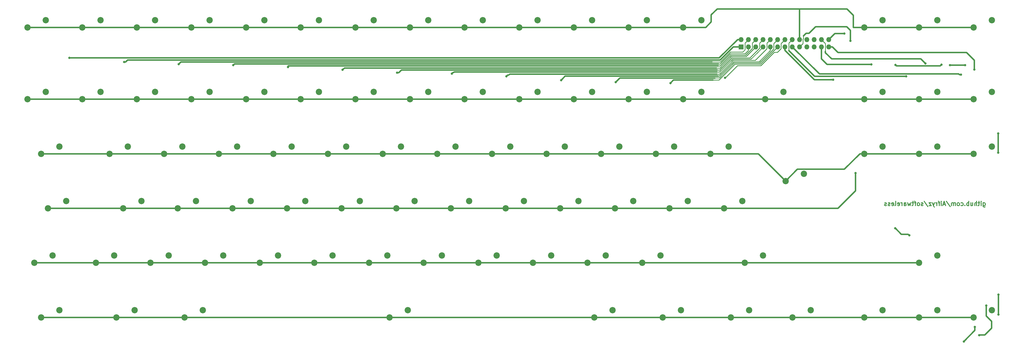
<source format=gbl>
G04 #@! TF.GenerationSoftware,KiCad,Pcbnew,(5.1.0)-1*
G04 #@! TF.CreationDate,2022-03-22T21:13:01+01:00*
G04 #@! TF.ProjectId,keyboard,6b657962-6f61-4726-942e-6b696361645f,rev?*
G04 #@! TF.SameCoordinates,Original*
G04 #@! TF.FileFunction,Copper,L2,Bot*
G04 #@! TF.FilePolarity,Positive*
%FSLAX46Y46*%
G04 Gerber Fmt 4.6, Leading zero omitted, Abs format (unit mm)*
G04 Created by KiCad (PCBNEW (5.1.0)-1) date 2022-03-22 21:13:01*
%MOMM*%
%LPD*%
G04 APERTURE LIST*
%ADD10C,0.300000*%
%ADD11O,1.727200X1.727200*%
%ADD12R,1.727200X1.727200*%
%ADD13C,2.200000*%
%ADD14C,0.800000*%
%ADD15C,0.500000*%
%ADD16C,0.250000*%
G04 APERTURE END LIST*
D10*
X369185714Y-103328571D02*
X369185714Y-104542857D01*
X369257142Y-104685714D01*
X369328571Y-104757142D01*
X369471428Y-104828571D01*
X369685714Y-104828571D01*
X369828571Y-104757142D01*
X369185714Y-104257142D02*
X369328571Y-104328571D01*
X369614285Y-104328571D01*
X369757142Y-104257142D01*
X369828571Y-104185714D01*
X369900000Y-104042857D01*
X369900000Y-103614285D01*
X369828571Y-103471428D01*
X369757142Y-103400000D01*
X369614285Y-103328571D01*
X369328571Y-103328571D01*
X369185714Y-103400000D01*
X368471428Y-104328571D02*
X368471428Y-103328571D01*
X368471428Y-102828571D02*
X368542857Y-102900000D01*
X368471428Y-102971428D01*
X368400000Y-102900000D01*
X368471428Y-102828571D01*
X368471428Y-102971428D01*
X367971428Y-103328571D02*
X367400000Y-103328571D01*
X367757142Y-102828571D02*
X367757142Y-104114285D01*
X367685714Y-104257142D01*
X367542857Y-104328571D01*
X367400000Y-104328571D01*
X366900000Y-104328571D02*
X366900000Y-102828571D01*
X366257142Y-104328571D02*
X366257142Y-103542857D01*
X366328571Y-103400000D01*
X366471428Y-103328571D01*
X366685714Y-103328571D01*
X366828571Y-103400000D01*
X366900000Y-103471428D01*
X364900000Y-103328571D02*
X364900000Y-104328571D01*
X365542857Y-103328571D02*
X365542857Y-104114285D01*
X365471428Y-104257142D01*
X365328571Y-104328571D01*
X365114285Y-104328571D01*
X364971428Y-104257142D01*
X364900000Y-104185714D01*
X364185714Y-104328571D02*
X364185714Y-102828571D01*
X364185714Y-103400000D02*
X364042857Y-103328571D01*
X363757142Y-103328571D01*
X363614285Y-103400000D01*
X363542857Y-103471428D01*
X363471428Y-103614285D01*
X363471428Y-104042857D01*
X363542857Y-104185714D01*
X363614285Y-104257142D01*
X363757142Y-104328571D01*
X364042857Y-104328571D01*
X364185714Y-104257142D01*
X362828571Y-104185714D02*
X362757142Y-104257142D01*
X362828571Y-104328571D01*
X362900000Y-104257142D01*
X362828571Y-104185714D01*
X362828571Y-104328571D01*
X361471428Y-104257142D02*
X361614285Y-104328571D01*
X361900000Y-104328571D01*
X362042857Y-104257142D01*
X362114285Y-104185714D01*
X362185714Y-104042857D01*
X362185714Y-103614285D01*
X362114285Y-103471428D01*
X362042857Y-103400000D01*
X361900000Y-103328571D01*
X361614285Y-103328571D01*
X361471428Y-103400000D01*
X360614285Y-104328571D02*
X360757142Y-104257142D01*
X360828571Y-104185714D01*
X360900000Y-104042857D01*
X360900000Y-103614285D01*
X360828571Y-103471428D01*
X360757142Y-103400000D01*
X360614285Y-103328571D01*
X360400000Y-103328571D01*
X360257142Y-103400000D01*
X360185714Y-103471428D01*
X360114285Y-103614285D01*
X360114285Y-104042857D01*
X360185714Y-104185714D01*
X360257142Y-104257142D01*
X360400000Y-104328571D01*
X360614285Y-104328571D01*
X359471428Y-104328571D02*
X359471428Y-103328571D01*
X359471428Y-103471428D02*
X359400000Y-103400000D01*
X359257142Y-103328571D01*
X359042857Y-103328571D01*
X358900000Y-103400000D01*
X358828571Y-103542857D01*
X358828571Y-104328571D01*
X358828571Y-103542857D02*
X358757142Y-103400000D01*
X358614285Y-103328571D01*
X358400000Y-103328571D01*
X358257142Y-103400000D01*
X358185714Y-103542857D01*
X358185714Y-104328571D01*
X356400000Y-102757142D02*
X357685714Y-104685714D01*
X355971428Y-103900000D02*
X355257142Y-103900000D01*
X356114285Y-104328571D02*
X355614285Y-102828571D01*
X355114285Y-104328571D01*
X354614285Y-104328571D02*
X354614285Y-103328571D01*
X354614285Y-102828571D02*
X354685714Y-102900000D01*
X354614285Y-102971428D01*
X354542857Y-102900000D01*
X354614285Y-102828571D01*
X354614285Y-102971428D01*
X354114285Y-103328571D02*
X353542857Y-103328571D01*
X353900000Y-104328571D02*
X353900000Y-103042857D01*
X353828571Y-102900000D01*
X353685714Y-102828571D01*
X353542857Y-102828571D01*
X353042857Y-104328571D02*
X353042857Y-103328571D01*
X353042857Y-103614285D02*
X352971428Y-103471428D01*
X352900000Y-103400000D01*
X352757142Y-103328571D01*
X352614285Y-103328571D01*
X352257142Y-103328571D02*
X351900000Y-104328571D01*
X351542857Y-103328571D02*
X351900000Y-104328571D01*
X352042857Y-104685714D01*
X352114285Y-104757142D01*
X352257142Y-104828571D01*
X351114285Y-103328571D02*
X350328571Y-103328571D01*
X351114285Y-104328571D01*
X350328571Y-104328571D01*
X348685714Y-102757142D02*
X349971428Y-104685714D01*
X348257142Y-104257142D02*
X348114285Y-104328571D01*
X347828571Y-104328571D01*
X347685714Y-104257142D01*
X347614285Y-104114285D01*
X347614285Y-104042857D01*
X347685714Y-103900000D01*
X347828571Y-103828571D01*
X348042857Y-103828571D01*
X348185714Y-103757142D01*
X348257142Y-103614285D01*
X348257142Y-103542857D01*
X348185714Y-103400000D01*
X348042857Y-103328571D01*
X347828571Y-103328571D01*
X347685714Y-103400000D01*
X346757142Y-104328571D02*
X346900000Y-104257142D01*
X346971428Y-104185714D01*
X347042857Y-104042857D01*
X347042857Y-103614285D01*
X346971428Y-103471428D01*
X346900000Y-103400000D01*
X346757142Y-103328571D01*
X346542857Y-103328571D01*
X346400000Y-103400000D01*
X346328571Y-103471428D01*
X346257142Y-103614285D01*
X346257142Y-104042857D01*
X346328571Y-104185714D01*
X346400000Y-104257142D01*
X346542857Y-104328571D01*
X346757142Y-104328571D01*
X345828571Y-103328571D02*
X345257142Y-103328571D01*
X345614285Y-104328571D02*
X345614285Y-103042857D01*
X345542857Y-102900000D01*
X345400000Y-102828571D01*
X345257142Y-102828571D01*
X344971428Y-103328571D02*
X344400000Y-103328571D01*
X344757142Y-102828571D02*
X344757142Y-104114285D01*
X344685714Y-104257142D01*
X344542857Y-104328571D01*
X344400000Y-104328571D01*
X344042857Y-103328571D02*
X343757142Y-104328571D01*
X343471428Y-103614285D01*
X343185714Y-104328571D01*
X342900000Y-103328571D01*
X341685714Y-104328571D02*
X341685714Y-103542857D01*
X341757142Y-103400000D01*
X341900000Y-103328571D01*
X342185714Y-103328571D01*
X342328571Y-103400000D01*
X341685714Y-104257142D02*
X341828571Y-104328571D01*
X342185714Y-104328571D01*
X342328571Y-104257142D01*
X342400000Y-104114285D01*
X342400000Y-103971428D01*
X342328571Y-103828571D01*
X342185714Y-103757142D01*
X341828571Y-103757142D01*
X341685714Y-103685714D01*
X340971428Y-104328571D02*
X340971428Y-103328571D01*
X340971428Y-103614285D02*
X340900000Y-103471428D01*
X340828571Y-103400000D01*
X340685714Y-103328571D01*
X340542857Y-103328571D01*
X339471428Y-104257142D02*
X339614285Y-104328571D01*
X339900000Y-104328571D01*
X340042857Y-104257142D01*
X340114285Y-104114285D01*
X340114285Y-103542857D01*
X340042857Y-103400000D01*
X339900000Y-103328571D01*
X339614285Y-103328571D01*
X339471428Y-103400000D01*
X339400000Y-103542857D01*
X339400000Y-103685714D01*
X340114285Y-103828571D01*
X338542857Y-104328571D02*
X338685714Y-104257142D01*
X338757142Y-104114285D01*
X338757142Y-102828571D01*
X337400000Y-104257142D02*
X337542857Y-104328571D01*
X337828571Y-104328571D01*
X337971428Y-104257142D01*
X338042857Y-104114285D01*
X338042857Y-103542857D01*
X337971428Y-103400000D01*
X337828571Y-103328571D01*
X337542857Y-103328571D01*
X337400000Y-103400000D01*
X337328571Y-103542857D01*
X337328571Y-103685714D01*
X338042857Y-103828571D01*
X336757142Y-104257142D02*
X336614285Y-104328571D01*
X336328571Y-104328571D01*
X336185714Y-104257142D01*
X336114285Y-104114285D01*
X336114285Y-104042857D01*
X336185714Y-103900000D01*
X336328571Y-103828571D01*
X336542857Y-103828571D01*
X336685714Y-103757142D01*
X336757142Y-103614285D01*
X336757142Y-103542857D01*
X336685714Y-103400000D01*
X336542857Y-103328571D01*
X336328571Y-103328571D01*
X336185714Y-103400000D01*
X335542857Y-104257142D02*
X335400000Y-104328571D01*
X335114285Y-104328571D01*
X334971428Y-104257142D01*
X334900000Y-104114285D01*
X334900000Y-104042857D01*
X334971428Y-103900000D01*
X335114285Y-103828571D01*
X335328571Y-103828571D01*
X335471428Y-103757142D01*
X335542857Y-103614285D01*
X335542857Y-103542857D01*
X335471428Y-103400000D01*
X335328571Y-103328571D01*
X335114285Y-103328571D01*
X334971428Y-103400000D01*
D11*
X315507000Y-46474400D03*
X315507000Y-49014400D03*
X312967000Y-46474400D03*
X312967000Y-49014400D03*
X310427000Y-46474400D03*
X310427000Y-49014400D03*
X307887000Y-46474400D03*
X307887000Y-49014400D03*
X305347000Y-46474400D03*
X305347000Y-49014400D03*
X302807000Y-46474400D03*
X302807000Y-49014400D03*
X300267000Y-46474400D03*
X300267000Y-49014400D03*
X297727000Y-46474400D03*
X297727000Y-49014400D03*
X295187000Y-46474400D03*
X295187000Y-49014400D03*
X292647000Y-46474400D03*
X292647000Y-49014400D03*
X290107000Y-46474400D03*
X290107000Y-49014400D03*
X287567000Y-46474400D03*
X287567000Y-49014400D03*
X285027000Y-46474400D03*
D12*
X285027000Y-49014400D03*
D13*
X281475000Y-143240000D03*
X287825000Y-140700000D03*
X36850000Y-42240000D03*
X43200000Y-39700000D03*
X36850000Y-67240000D03*
X43200000Y-64700000D03*
X55850000Y-42240000D03*
X62200000Y-39700000D03*
X55850000Y-67240000D03*
X62200000Y-64700000D03*
X65350000Y-86240000D03*
X71700000Y-83700000D03*
X70100000Y-105240000D03*
X76450000Y-102700000D03*
X60600000Y-124240000D03*
X66950000Y-121700000D03*
X74850000Y-42240000D03*
X81200000Y-39700000D03*
X74850000Y-67240000D03*
X81200000Y-64700000D03*
X84350000Y-86240000D03*
X90700000Y-83700000D03*
X89100000Y-105240000D03*
X95450000Y-102700000D03*
X79600000Y-124240000D03*
X85950000Y-121700000D03*
X93850000Y-42240000D03*
X100200000Y-39700000D03*
X93850000Y-67240000D03*
X100200000Y-64700000D03*
X103350000Y-86240000D03*
X109700000Y-83700000D03*
X108100000Y-105240000D03*
X114450000Y-102700000D03*
X98600000Y-124240000D03*
X104950000Y-121700000D03*
X112850000Y-42240000D03*
X119200000Y-39700000D03*
X112850000Y-67240000D03*
X119200000Y-64700000D03*
X122350000Y-86240000D03*
X128700000Y-83700000D03*
X127100000Y-105240000D03*
X133450000Y-102700000D03*
X117600000Y-124240000D03*
X123950000Y-121700000D03*
X131850000Y-42240000D03*
X138200000Y-39700000D03*
X131850000Y-67240000D03*
X138200000Y-64700000D03*
X141350000Y-86240000D03*
X147700000Y-83700000D03*
X146100000Y-105240000D03*
X152450000Y-102700000D03*
X136600000Y-124240000D03*
X142950000Y-121700000D03*
X150850000Y-42240000D03*
X157200000Y-39700000D03*
X150850000Y-67240000D03*
X157200000Y-64700000D03*
X160350000Y-86240000D03*
X166700000Y-83700000D03*
X165100000Y-105240000D03*
X171450000Y-102700000D03*
X155600000Y-124240000D03*
X161950000Y-121700000D03*
X169850000Y-42240000D03*
X176200000Y-39700000D03*
X169850000Y-67240000D03*
X176200000Y-64700000D03*
X179350000Y-86240000D03*
X185700000Y-83700000D03*
X184100000Y-105240000D03*
X190450000Y-102700000D03*
X174600000Y-124240000D03*
X180950000Y-121700000D03*
X188850000Y-42240000D03*
X195200000Y-39700000D03*
X188850000Y-67240000D03*
X195200000Y-64700000D03*
X198350000Y-86240000D03*
X204700000Y-83700000D03*
X203100000Y-105240000D03*
X209450000Y-102700000D03*
X193600000Y-124240000D03*
X199950000Y-121700000D03*
X207850000Y-42240000D03*
X214200000Y-39700000D03*
X207850000Y-67240000D03*
X214200000Y-64700000D03*
X217350000Y-86240000D03*
X223700000Y-83700000D03*
X222100000Y-105240000D03*
X228450000Y-102700000D03*
X212600000Y-124240000D03*
X218950000Y-121700000D03*
X226850000Y-42240000D03*
X233200000Y-39700000D03*
X226850000Y-67240000D03*
X233200000Y-64700000D03*
X236350000Y-86240000D03*
X242700000Y-83700000D03*
X241100000Y-105240000D03*
X247450000Y-102700000D03*
X231600000Y-124240000D03*
X237950000Y-121700000D03*
X245850000Y-42240000D03*
X252200000Y-39700000D03*
X245850000Y-67240000D03*
X252200000Y-64700000D03*
X255350000Y-86240000D03*
X261700000Y-83700000D03*
X260100000Y-105240000D03*
X266450000Y-102700000D03*
X250600000Y-124240000D03*
X256950000Y-121700000D03*
X264850000Y-42240000D03*
X271200000Y-39700000D03*
X264850000Y-67240000D03*
X271200000Y-64700000D03*
X274350000Y-86240000D03*
X280700000Y-83700000D03*
X279100000Y-105240000D03*
X285450000Y-102700000D03*
X327850000Y-42240000D03*
X334200000Y-39700000D03*
X327850000Y-67240000D03*
X334200000Y-64700000D03*
X327850000Y-86240000D03*
X334200000Y-83700000D03*
X327850000Y-143240000D03*
X334200000Y-140700000D03*
X346850000Y-42240000D03*
X353200000Y-39700000D03*
X346850000Y-67240000D03*
X353200000Y-64700000D03*
X346850000Y-86240000D03*
X353200000Y-83700000D03*
X346850000Y-143240000D03*
X353200000Y-140700000D03*
X365850000Y-42240000D03*
X372200000Y-39700000D03*
X365850000Y-67240000D03*
X372200000Y-64700000D03*
X365850000Y-86240000D03*
X372200000Y-83700000D03*
X346850000Y-124240000D03*
X353200000Y-121700000D03*
X365850000Y-143240000D03*
X372200000Y-140700000D03*
X302850000Y-143240000D03*
X309200000Y-140700000D03*
X233975000Y-143240000D03*
X240325000Y-140700000D03*
X257725000Y-143240000D03*
X264075000Y-140700000D03*
X286225000Y-124240000D03*
X292575000Y-121700000D03*
X300475000Y-95740000D03*
X306825000Y-93200000D03*
X91475000Y-143240000D03*
X97825000Y-140700000D03*
X67725000Y-143240000D03*
X74075000Y-140700000D03*
X39225000Y-124240000D03*
X45575000Y-121700000D03*
X293350000Y-67240000D03*
X299700000Y-64700000D03*
X162725000Y-143240000D03*
X169075000Y-140700000D03*
X41600000Y-143240000D03*
X47950000Y-140700000D03*
X43975000Y-105240000D03*
X50325000Y-102700000D03*
X41600000Y-86240000D03*
X47950000Y-83700000D03*
D14*
X322974600Y-46931600D03*
X324828800Y-92956400D03*
X343497800Y-114673400D03*
X338621000Y-112209600D03*
X51377800Y-52869800D03*
X70427800Y-54241400D03*
X89396200Y-55034200D03*
X108400800Y-55395200D03*
X127400000Y-56019400D03*
X146424600Y-56984600D03*
X366307000Y-146575800D03*
X362446200Y-151630400D03*
X165398400Y-58011400D03*
X184423000Y-58316200D03*
X374511200Y-142283200D03*
X374511200Y-135323600D03*
X374409600Y-85844400D03*
X374409600Y-79164200D03*
X203416800Y-59250600D03*
X370269400Y-139133600D03*
X367805600Y-149420600D03*
X222421400Y-60591400D03*
X241395200Y-61277200D03*
X260419800Y-61618200D03*
X279368200Y-59789400D03*
X317005600Y-60469800D03*
X342411000Y-59296000D03*
X361410200Y-58635600D03*
X330300000Y-55100000D03*
X349100000Y-54800000D03*
X366100000Y-56900000D03*
X362900000Y-55400000D03*
X357600000Y-55400000D03*
X354700000Y-55200000D03*
X338700000Y-55300000D03*
X320900000Y-44400000D03*
D15*
X250746002Y-42240000D02*
X264850000Y-42240000D01*
X36850000Y-42240000D02*
X250746002Y-42240000D01*
X264850000Y-42240000D02*
X266405634Y-42240000D01*
X324048800Y-42240000D02*
X365850000Y-42240000D01*
X324048800Y-42240000D02*
X324048800Y-38023600D01*
X324048800Y-38023600D02*
X321831600Y-35806400D01*
X276670400Y-35806400D02*
X274613000Y-37863800D01*
X274613000Y-40317000D02*
X272690000Y-42240000D01*
X274613000Y-37863800D02*
X274613000Y-40317000D01*
X266405634Y-42240000D02*
X272690000Y-42240000D01*
X321831600Y-35806400D02*
X305829600Y-35806400D01*
X305347000Y-35847000D02*
X305306400Y-35806400D01*
X305347000Y-46474400D02*
X305347000Y-35847000D01*
X305829600Y-35806400D02*
X305306400Y-35806400D01*
X305306400Y-35806400D02*
X276670400Y-35806400D01*
X296073998Y-67240000D02*
X293350000Y-67240000D01*
X365850000Y-67240000D02*
X296073998Y-67240000D01*
X293350000Y-67240000D02*
X36850000Y-67240000D01*
D16*
X306660609Y-46151391D02*
X306535601Y-46276399D01*
X306535601Y-47825799D02*
X305347000Y-49014400D01*
X306535601Y-46276399D02*
X306535601Y-47825799D01*
D15*
X308606000Y-44294000D02*
X310896000Y-42004000D01*
X306660609Y-45227391D02*
X307594000Y-44294000D01*
X306660609Y-45239391D02*
X306660609Y-45227391D01*
X307594000Y-44294000D02*
X308606000Y-44294000D01*
D16*
X306660609Y-45239391D02*
X306660609Y-46151391D01*
D15*
X310896000Y-42004000D02*
X321704000Y-42004000D01*
X322974600Y-43274600D02*
X322974600Y-46931600D01*
X321704000Y-42004000D02*
X322974600Y-43274600D01*
X41600000Y-86240000D02*
X274350000Y-86240000D01*
X290975000Y-86240000D02*
X300475000Y-95740000D01*
X274350000Y-86240000D02*
X290975000Y-86240000D01*
X326294366Y-86240000D02*
X327850000Y-86240000D01*
X320884367Y-91649999D02*
X326294366Y-86240000D01*
X304565001Y-91649999D02*
X320884367Y-91649999D01*
X300475000Y-95740000D02*
X304565001Y-91649999D01*
X327850000Y-86240000D02*
X365850000Y-86240000D01*
X46698998Y-105240000D02*
X43975000Y-105240000D01*
X279100000Y-105240000D02*
X46698998Y-105240000D01*
X279100000Y-105240000D02*
X318717400Y-105240000D01*
X318717400Y-105240000D02*
X324828800Y-99128600D01*
X324828800Y-99128600D02*
X324828800Y-92956400D01*
X39225000Y-124240000D02*
X286225000Y-124240000D01*
X287780634Y-124240000D02*
X346850000Y-124240000D01*
X286225000Y-124240000D02*
X287780634Y-124240000D01*
X343097801Y-114273401D02*
X340735601Y-114273401D01*
X343497800Y-114673400D02*
X343097801Y-114273401D01*
X340735601Y-114273401D02*
X338671800Y-112209600D01*
X338671800Y-112209600D02*
X338621000Y-112209600D01*
X365850000Y-143240000D02*
X232923200Y-143240000D01*
X232923200Y-143240000D02*
X233975000Y-143240000D01*
X233975000Y-143240000D02*
X162725000Y-143240000D01*
X162725000Y-143240000D02*
X41600000Y-143240000D01*
X277410286Y-52869800D02*
X276091600Y-52869800D01*
X283805686Y-46474400D02*
X277410286Y-52869800D01*
X285027000Y-46474400D02*
X283805686Y-46474400D01*
X51377800Y-52869800D02*
X276091600Y-52869800D01*
X70993485Y-54241400D02*
X71665075Y-53569810D01*
X70427800Y-54241400D02*
X70993485Y-54241400D01*
X285027000Y-49014400D02*
X282255648Y-49014400D01*
X277700238Y-53569810D02*
X276585390Y-53569810D01*
X282255648Y-49014400D02*
X277700238Y-53569810D01*
X71665075Y-53569810D02*
X276585390Y-53569810D01*
X89396200Y-55034200D02*
X90160580Y-54269820D01*
D16*
X286703401Y-47337999D02*
X287567000Y-46474400D01*
X286378399Y-47663001D02*
X286703401Y-47337999D01*
X286378399Y-49975203D02*
X286378399Y-47663001D01*
X285573501Y-50780101D02*
X286378399Y-49975203D01*
X274940820Y-54269820D02*
X277155380Y-54269820D01*
D15*
X274051820Y-54269820D02*
X274940820Y-54269820D01*
X90160580Y-54269820D02*
X274051820Y-54269820D01*
D16*
X281303133Y-50780101D02*
X283312099Y-50780101D01*
X277813414Y-54269820D02*
X281303133Y-50780101D01*
X274051820Y-54269820D02*
X277813414Y-54269820D01*
X282981899Y-50780101D02*
X283312099Y-50780101D01*
X283312099Y-50780101D02*
X285573501Y-50780101D01*
D15*
X108400800Y-55395200D02*
X108826170Y-54969830D01*
D16*
X287567000Y-50235714D02*
X287567000Y-49014400D01*
X286374257Y-51428457D02*
X287567000Y-50235714D01*
X277749814Y-54969830D02*
X277114030Y-54969830D01*
X281291187Y-51428457D02*
X277749814Y-54969830D01*
X284189857Y-51428457D02*
X281291187Y-51428457D01*
X284189857Y-51428457D02*
X286374257Y-51428457D01*
D15*
X108826170Y-54969830D02*
X277114030Y-54969830D01*
D16*
X283654343Y-51428457D02*
X284189857Y-51428457D01*
D15*
X127400000Y-55765400D02*
X127495560Y-55669840D01*
X127400000Y-56019400D02*
X127400000Y-55765400D01*
D16*
X288918399Y-47663001D02*
X290107000Y-46474400D01*
X288918399Y-49520725D02*
X288918399Y-47663001D01*
X286527362Y-51911762D02*
X288918399Y-49520725D01*
X286015838Y-51911762D02*
X281444292Y-51911762D01*
X286015838Y-51911762D02*
X286527362Y-51911762D01*
X285076038Y-51911762D02*
X286015838Y-51911762D01*
X277686214Y-55669840D02*
X277050760Y-55669840D01*
X281444292Y-51911762D02*
X277686214Y-55669840D01*
D15*
X127495560Y-55669840D02*
X277050760Y-55669840D01*
X146424600Y-56984600D02*
X147039350Y-56369850D01*
X147039350Y-56369850D02*
X189751600Y-56369850D01*
X366307000Y-146575800D02*
X366307000Y-147769600D01*
X366307000Y-147769600D02*
X362446200Y-151630400D01*
D16*
X287528900Y-51592500D02*
X290107000Y-49014400D01*
X277622614Y-56369850D02*
X276456650Y-56369850D01*
X281630692Y-52361772D02*
X277622614Y-56369850D01*
X286759628Y-52361772D02*
X281630692Y-52361772D01*
X287528900Y-51592500D02*
X286759628Y-52361772D01*
D15*
X189751600Y-56369850D02*
X276456650Y-56369850D01*
X166905625Y-57069860D02*
X189461647Y-57069860D01*
X165398400Y-58011400D02*
X165964085Y-58011400D01*
X165964085Y-58011400D02*
X166905625Y-57069860D01*
X189461647Y-57069860D02*
X276674060Y-57069860D01*
D16*
X291783401Y-47337999D02*
X292647000Y-46474400D01*
X277559014Y-57069860D02*
X281817092Y-52811782D01*
X281817092Y-52811782D02*
X288068748Y-52811782D01*
X288068748Y-52811782D02*
X291458399Y-49422131D01*
X291458399Y-49422131D02*
X291458399Y-47663001D01*
X276674060Y-57069860D02*
X277559014Y-57069860D01*
X291458399Y-47663001D02*
X291783401Y-47337999D01*
D15*
X185116999Y-57916201D02*
X185263330Y-57769870D01*
X184423000Y-58316200D02*
X184822999Y-57916201D01*
X184822999Y-57916201D02*
X185116999Y-57916201D01*
X185263330Y-57769870D02*
X188557800Y-57769870D01*
X188557800Y-57769870D02*
X189171694Y-57769870D01*
X374511200Y-142283200D02*
X374511200Y-135323600D01*
X374409600Y-85844400D02*
X374409600Y-85278715D01*
X374409600Y-85278715D02*
X374409600Y-79164200D01*
X189171694Y-57769870D02*
X276652530Y-57769870D01*
D16*
X290729300Y-50932100D02*
X292647000Y-49014400D01*
X288399608Y-53261792D02*
X290729300Y-50932100D01*
X282003492Y-53261792D02*
X288399608Y-53261792D01*
X277495414Y-57769870D02*
X282003492Y-53261792D01*
X276652530Y-57769870D02*
X277495414Y-57769870D01*
D15*
X204172399Y-58850601D02*
X204553120Y-58469880D01*
X203416800Y-59250600D02*
X203816799Y-58850601D01*
X203816799Y-58850601D02*
X204172399Y-58850601D01*
X372110001Y-146956001D02*
X369721602Y-149344400D01*
X372110001Y-144603999D02*
X372110001Y-146956001D01*
X370269400Y-139133600D02*
X370269400Y-142763398D01*
X370269400Y-142763398D02*
X372110001Y-144603999D01*
X369721602Y-149344400D02*
X367881800Y-149344400D01*
X367881800Y-149344400D02*
X367805600Y-149420600D01*
X204553120Y-58469880D02*
X276638320Y-58469880D01*
D16*
X294323401Y-47337999D02*
X295187000Y-46474400D01*
X276638320Y-58469880D02*
X277431814Y-58469880D01*
X277431814Y-58469880D02*
X282189892Y-53711802D01*
X282189892Y-53711802D02*
X289871526Y-53711802D01*
X289871526Y-53711802D02*
X293998399Y-49584929D01*
X293998399Y-49584929D02*
X293998399Y-47663001D01*
X293998399Y-47663001D02*
X294323401Y-47337999D01*
D15*
X222821399Y-60166001D02*
X223817510Y-59169890D01*
X222421400Y-60591400D02*
X222821399Y-60191401D01*
X222821399Y-60191401D02*
X222821399Y-60166001D01*
X223817510Y-59169890D02*
X224651200Y-59169890D01*
D16*
X295187000Y-50235714D02*
X295187000Y-49014400D01*
X277368214Y-59169890D02*
X276742090Y-59169890D01*
X282376292Y-54161812D02*
X277368214Y-59169890D01*
X291260902Y-54161812D02*
X282376292Y-54161812D01*
X295187000Y-50235714D02*
X291260902Y-54161812D01*
D15*
X224651200Y-59169890D02*
X276742090Y-59169890D01*
X276742090Y-59169890D02*
X277026000Y-59169890D01*
X241395200Y-61277200D02*
X242802500Y-59869900D01*
X242802500Y-59869900D02*
X275959200Y-59869900D01*
D16*
X276084200Y-59744900D02*
X275959200Y-59869900D01*
X277429614Y-59744900D02*
X276084200Y-59744900D01*
X282562692Y-54611822D02*
X277429614Y-59744900D01*
X296375601Y-49683523D02*
X291447302Y-54611822D01*
X291447302Y-54611822D02*
X282562692Y-54611822D01*
X296375601Y-47825799D02*
X296375601Y-49683523D01*
X297727000Y-46474400D02*
X296375601Y-47825799D01*
D15*
X260419800Y-61618200D02*
X261468090Y-60569910D01*
X261468090Y-60569910D02*
X275273400Y-60569910D01*
D16*
X291679568Y-55061832D02*
X297727000Y-49014400D01*
X282789568Y-55061832D02*
X291679568Y-55061832D01*
X277281490Y-60569910D02*
X282789568Y-55061832D01*
X275273400Y-60569910D02*
X277281490Y-60569910D01*
X297606530Y-50894000D02*
X296483810Y-50894000D01*
X298915601Y-49584929D02*
X297606530Y-50894000D01*
X300267000Y-46474400D02*
X298915601Y-47825799D01*
X298915601Y-47825799D02*
X298915601Y-49584929D01*
X296483810Y-50894000D02*
X291865968Y-55511842D01*
X291865968Y-55511842D02*
X283736558Y-55511842D01*
X279459000Y-59789400D02*
X279368200Y-59789400D01*
X283736558Y-55511842D02*
X279459000Y-59789400D01*
D15*
X316439915Y-60469800D02*
X316338315Y-60368200D01*
X316439915Y-60469800D02*
X317005600Y-60469800D01*
X310501086Y-60469800D02*
X316439915Y-60469800D01*
X300267000Y-50235714D02*
X310501086Y-60469800D01*
X300267000Y-49014400D02*
X300267000Y-50235714D01*
D16*
X301618399Y-47663001D02*
X302807000Y-46474400D01*
D15*
X310596000Y-59296000D02*
X315396000Y-59296000D01*
X301618399Y-50318399D02*
X310596000Y-59296000D01*
X342411000Y-59296000D02*
X315396000Y-59296000D01*
D16*
X301618399Y-50318399D02*
X301618399Y-47663001D01*
X301618399Y-50457001D02*
X301618399Y-50318399D01*
D15*
X361410200Y-58635600D02*
X360844515Y-58635600D01*
X360844515Y-58635600D02*
X360654914Y-58445999D01*
X312238599Y-58445999D02*
X313854001Y-58445999D01*
X302807000Y-49014400D02*
X312238599Y-58445999D01*
X360654914Y-58445999D02*
X313854001Y-58445999D01*
X330300000Y-55100000D02*
X314900000Y-55100000D01*
X312967000Y-53167000D02*
X312967000Y-49014400D01*
X314900000Y-55100000D02*
X312967000Y-53167000D01*
D16*
X312967000Y-46474400D02*
X314318399Y-47825799D01*
D15*
X314318399Y-51018399D02*
X316500000Y-53200000D01*
X314318399Y-50518399D02*
X314318399Y-51018399D01*
D16*
X316500000Y-53200000D02*
X317900000Y-53200000D01*
X314318399Y-47825799D02*
X314318399Y-50518399D01*
D15*
X316500000Y-53200000D02*
X347500000Y-53200000D01*
X347500000Y-53200000D02*
X349100000Y-54800000D01*
X316728314Y-49014400D02*
X318713914Y-51000000D01*
X315507000Y-49014400D02*
X316728314Y-49014400D01*
X318713914Y-51000000D02*
X363400000Y-51000000D01*
X363400000Y-51000000D02*
X366100000Y-53700000D01*
X366100000Y-53700000D02*
X366100000Y-56900000D01*
X362900000Y-55400000D02*
X357600000Y-55400000D01*
X339050001Y-55650001D02*
X338700000Y-55300000D01*
X354700000Y-55200000D02*
X354249999Y-55650001D01*
X354249999Y-55650001D02*
X339050001Y-55650001D01*
X317581400Y-44400000D02*
X315507000Y-46474400D01*
X320900000Y-44400000D02*
X317581400Y-44400000D01*
M02*

</source>
